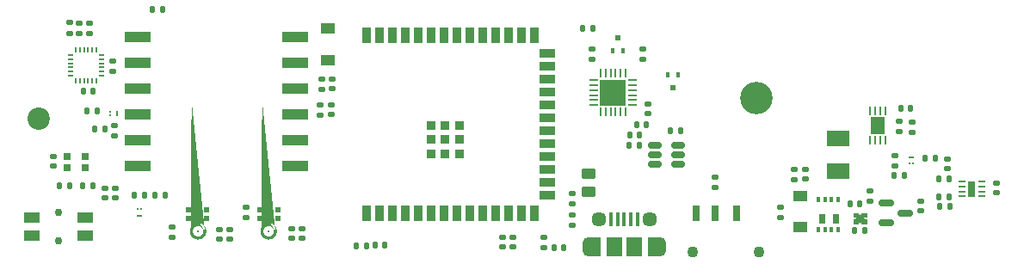
<source format=gts>
G04 #@! TF.GenerationSoftware,KiCad,Pcbnew,8.0.8*
G04 #@! TF.CreationDate,2025-08-03T03:16:57+05:30*
G04 #@! TF.ProjectId,main,6d61696e-2e6b-4696-9361-645f70636258,rev?*
G04 #@! TF.SameCoordinates,Original*
G04 #@! TF.FileFunction,Soldermask,Top*
G04 #@! TF.FilePolarity,Negative*
%FSLAX46Y46*%
G04 Gerber Fmt 4.6, Leading zero omitted, Abs format (unit mm)*
G04 Created by KiCad (PCBNEW 8.0.8) date 2025-08-03 03:16:57*
%MOMM*%
%LPD*%
G01*
G04 APERTURE LIST*
G04 Aperture macros list*
%AMRoundRect*
0 Rectangle with rounded corners*
0 $1 Rounding radius*
0 $2 $3 $4 $5 $6 $7 $8 $9 X,Y pos of 4 corners*
0 Add a 4 corners polygon primitive as box body*
4,1,4,$2,$3,$4,$5,$6,$7,$8,$9,$2,$3,0*
0 Add four circle primitives for the rounded corners*
1,1,$1+$1,$2,$3*
1,1,$1+$1,$4,$5*
1,1,$1+$1,$6,$7*
1,1,$1+$1,$8,$9*
0 Add four rect primitives between the rounded corners*
20,1,$1+$1,$2,$3,$4,$5,0*
20,1,$1+$1,$4,$5,$6,$7,0*
20,1,$1+$1,$6,$7,$8,$9,0*
20,1,$1+$1,$8,$9,$2,$3,0*%
%AMFreePoly0*
4,1,55,-0.481452,0.792129,-0.309719,0.732037,-0.155665,0.635238,-0.027012,0.506585,0.069787,0.352531,0.129879,0.180798,0.150250,0.000000,0.129879,-0.180798,0.069787,-0.352531,-0.027012,-0.506585,-0.155665,-0.635238,-0.309719,-0.732037,-0.481452,-0.792129,-0.662250,-0.812500,-0.843048,-0.792129,-1.014781,-0.732037,-1.168835,-0.635238,-1.297488,-0.506585,-1.394287,-0.352531,-1.454379,-0.180798,
-1.474750,0.000000,-1.179515,0.000000,-1.158562,-0.145730,-1.097401,-0.279655,-1.000987,-0.390923,-0.877130,-0.470521,-0.735864,-0.512000,-0.588636,-0.512000,-0.447370,-0.470521,-0.323513,-0.390923,-0.227099,-0.279655,-0.165938,-0.145730,-0.146823,-0.012788,-0.150250,0.000000,-0.146823,0.012788,-0.165938,0.145730,-0.227099,0.279655,-0.323513,0.390923,-0.447370,0.470521,-0.588636,0.512000,
-0.735864,0.512000,-0.877130,0.470521,-1.000987,0.390923,-1.097401,0.279655,-1.158562,0.145730,-1.179515,0.000000,-1.474750,0.000000,-1.454379,0.180798,-1.394287,0.352531,-1.297488,0.506585,-1.168835,0.635238,-1.014781,0.732037,-0.843048,0.792129,-0.662250,0.812500,-0.481452,0.792129,-0.481452,0.792129,$1*%
G04 Aperture macros list end*
%ADD10C,0.010000*%
%ADD11C,0.120000*%
%ADD12R,0.600000X0.522000*%
%ADD13FreePoly0,0.000000*%
%ADD14C,0.325000*%
%ADD15R,0.700000X1.600000*%
%ADD16C,1.100000*%
%ADD17R,2.500000X1.000000*%
%ADD18R,1.400000X1.700000*%
%ADD19RoundRect,0.062500X0.062500X-0.337500X0.062500X0.337500X-0.062500X0.337500X-0.062500X-0.337500X0*%
%ADD20RoundRect,0.062500X0.287500X0.062500X-0.287500X0.062500X-0.287500X-0.062500X0.287500X-0.062500X0*%
%ADD21R,0.800000X1.600000*%
%ADD22RoundRect,0.150000X-0.587500X-0.150000X0.587500X-0.150000X0.587500X0.150000X-0.587500X0.150000X0*%
%ADD23RoundRect,0.150000X-0.512500X-0.150000X0.512500X-0.150000X0.512500X0.150000X-0.512500X0.150000X0*%
%ADD24R,2.600000X2.600000*%
%ADD25RoundRect,0.062500X0.350000X-0.062500X0.350000X0.062500X-0.350000X0.062500X-0.350000X-0.062500X0*%
%ADD26RoundRect,0.062500X0.062500X-0.350000X0.062500X0.350000X-0.062500X0.350000X-0.062500X-0.350000X0*%
%ADD27RoundRect,0.050000X0.050000X-0.225000X0.050000X0.225000X-0.050000X0.225000X-0.050000X-0.225000X0*%
%ADD28RoundRect,0.050000X-0.225000X-0.050000X0.225000X-0.050000X0.225000X0.050000X-0.225000X0.050000X0*%
%ADD29R,1.550000X1.000000*%
%ADD30C,0.750000*%
%ADD31RoundRect,0.135000X-0.185000X0.135000X-0.185000X-0.135000X0.185000X-0.135000X0.185000X0.135000X0*%
%ADD32RoundRect,0.135000X0.185000X-0.135000X0.185000X0.135000X-0.185000X0.135000X-0.185000X-0.135000X0*%
%ADD33RoundRect,0.135000X0.135000X0.185000X-0.135000X0.185000X-0.135000X-0.185000X0.135000X-0.185000X0*%
%ADD34RoundRect,0.135000X-0.135000X-0.185000X0.135000X-0.185000X0.135000X0.185000X-0.135000X0.185000X0*%
%ADD35R,0.400000X0.500000*%
%ADD36R,0.170000X0.280000*%
%ADD37R,0.520000X0.280000*%
%ADD38R,0.280000X0.520000*%
%ADD39R,0.280000X0.170000*%
%ADD40R,0.400000X0.600000*%
%ADD41R,0.500000X0.600000*%
%ADD42R,2.300000X1.600000*%
%ADD43O,1.200000X1.900000*%
%ADD44R,1.200000X1.900000*%
%ADD45C,1.450000*%
%ADD46R,1.500000X1.900000*%
%ADD47R,0.400000X1.350000*%
%ADD48RoundRect,0.250000X0.450000X-0.262500X0.450000X0.262500X-0.450000X0.262500X-0.450000X-0.262500X0*%
%ADD49RoundRect,0.102000X-0.600000X0.425000X-0.600000X-0.425000X0.600000X-0.425000X0.600000X0.425000X0*%
%ADD50RoundRect,0.147500X0.147500X0.172500X-0.147500X0.172500X-0.147500X-0.172500X0.147500X-0.172500X0*%
%ADD51RoundRect,0.102000X0.600000X-0.425000X0.600000X0.425000X-0.600000X0.425000X-0.600000X-0.425000X0*%
%ADD52R,0.700000X0.700000*%
%ADD53RoundRect,0.140000X-0.140000X-0.170000X0.140000X-0.170000X0.140000X0.170000X-0.140000X0.170000X0*%
%ADD54RoundRect,0.140000X0.140000X0.170000X-0.140000X0.170000X-0.140000X-0.170000X0.140000X-0.170000X0*%
%ADD55RoundRect,0.140000X0.170000X-0.140000X0.170000X0.140000X-0.170000X0.140000X-0.170000X-0.140000X0*%
%ADD56RoundRect,0.140000X-0.170000X0.140000X-0.170000X-0.140000X0.170000X-0.140000X0.170000X0.140000X0*%
%ADD57R,0.900000X0.900000*%
%ADD58R,0.900000X1.500000*%
%ADD59R,1.500000X0.900000*%
%ADD60C,3.200000*%
%ADD61C,2.200000*%
G04 APERTURE END LIST*
D10*
X240215000Y-76405000D02*
X240040000Y-76580000D01*
X239725000Y-76580000D01*
X239725000Y-76220000D01*
X240215000Y-76220000D01*
X240215000Y-76405000D01*
G36*
X240215000Y-76405000D02*
G01*
X240040000Y-76580000D01*
X239725000Y-76580000D01*
X239725000Y-76220000D01*
X240215000Y-76220000D01*
X240215000Y-76405000D01*
G37*
X240215000Y-77045000D02*
X240215000Y-77230000D01*
X239725000Y-77230000D01*
X239725000Y-76870000D01*
X240040000Y-76870000D01*
X240215000Y-77045000D01*
G36*
X240215000Y-77045000D02*
G01*
X240215000Y-77230000D01*
X239725000Y-77230000D01*
X239725000Y-76870000D01*
X240040000Y-76870000D01*
X240215000Y-77045000D01*
G37*
X241025000Y-77230000D02*
X240535000Y-77230000D01*
X240535000Y-77045000D01*
X240710000Y-76870000D01*
X241025000Y-76870000D01*
X241025000Y-77230000D01*
G36*
X241025000Y-77230000D02*
G01*
X240535000Y-77230000D01*
X240535000Y-77045000D01*
X240710000Y-76870000D01*
X241025000Y-76870000D01*
X241025000Y-77230000D01*
G37*
X241025000Y-76580000D02*
X240710000Y-76580000D01*
X240535000Y-76405000D01*
X240535000Y-76220000D01*
X241025000Y-76220000D01*
X241025000Y-76580000D01*
G36*
X241025000Y-76580000D02*
G01*
X240710000Y-76580000D01*
X240535000Y-76405000D01*
X240535000Y-76220000D01*
X241025000Y-76220000D01*
X241025000Y-76580000D01*
G37*
X240813406Y-76725000D02*
X240375000Y-77163406D01*
X239936594Y-76725000D01*
X240375000Y-76286594D01*
X240813406Y-76725000D01*
G36*
X240813406Y-76725000D02*
G01*
X240375000Y-77163406D01*
X239936594Y-76725000D01*
X240375000Y-76286594D01*
X240813406Y-76725000D01*
G37*
D11*
X238200000Y-77205000D02*
X237700000Y-77205000D01*
X237700000Y-76355000D01*
X238200000Y-76355000D01*
X238200000Y-77205000D01*
G36*
X238200000Y-77205000D02*
G01*
X237700000Y-77205000D01*
X237700000Y-76355000D01*
X238200000Y-76355000D01*
X238200000Y-77205000D01*
G37*
X236900000Y-77205000D02*
X236400000Y-77205000D01*
X236400000Y-76355000D01*
X236900000Y-76355000D01*
X236900000Y-77205000D01*
G36*
X236900000Y-77205000D02*
G01*
X236400000Y-77205000D01*
X236400000Y-76355000D01*
X236900000Y-76355000D01*
X236900000Y-77205000D01*
G37*
D12*
X181325000Y-75937000D03*
X181325000Y-76759000D03*
D13*
X182887250Y-78011000D03*
D12*
X183125000Y-76759000D03*
X183125000Y-75937000D03*
X182225000Y-75937000D03*
D14*
X182225000Y-78011000D03*
X175225000Y-78011000D03*
D12*
X175225000Y-75937000D03*
X176125000Y-75937000D03*
X176125000Y-76759000D03*
D13*
X175887250Y-78011000D03*
D12*
X174325000Y-76759000D03*
X174325000Y-75937000D03*
D15*
X226137500Y-76262500D03*
X228237500Y-76262500D03*
X224237500Y-76262500D03*
D16*
X223917500Y-80052500D03*
X230437500Y-80062500D03*
D17*
X184823350Y-71600000D03*
X184823350Y-69060000D03*
X184823350Y-66520000D03*
X184823350Y-63980000D03*
X184823350Y-61440000D03*
X184823350Y-58900000D03*
X169323350Y-58900000D03*
X169323350Y-61440000D03*
X169323350Y-63980000D03*
X169323350Y-66520000D03*
X169323350Y-69060000D03*
X169323350Y-71600000D03*
D18*
X242150000Y-67575000D03*
D19*
X241400000Y-66125000D03*
X241900000Y-66125000D03*
X242400000Y-66125000D03*
X242900000Y-66125000D03*
X242900000Y-69025000D03*
X242400000Y-69025000D03*
X241900000Y-69025000D03*
X241400000Y-69025000D03*
D20*
X252400000Y-74585614D03*
X252400000Y-74085614D03*
X252400000Y-73585614D03*
X252400000Y-73085614D03*
X250400000Y-73085614D03*
X250400000Y-73585614D03*
X250400000Y-74085614D03*
X250400000Y-74585614D03*
D21*
X251400000Y-73835614D03*
D22*
X242975000Y-75250000D03*
X242975000Y-77150000D03*
X244850000Y-76200000D03*
D23*
X220225000Y-69550000D03*
X220225000Y-70500000D03*
X220225000Y-71450000D03*
X222500000Y-71450000D03*
X222500000Y-70500000D03*
X222500000Y-69550000D03*
D24*
X216100000Y-64350000D03*
D25*
X214162500Y-65600000D03*
X214162500Y-65100000D03*
X214162500Y-64600000D03*
X214162500Y-64100000D03*
X214162500Y-63600000D03*
X214162500Y-63100000D03*
D26*
X214850000Y-62412500D03*
X215350000Y-62412500D03*
X215850000Y-62412500D03*
X216350000Y-62412500D03*
X216850000Y-62412500D03*
X217350000Y-62412500D03*
D25*
X218037500Y-63100000D03*
X218037500Y-63600000D03*
X218037500Y-64100000D03*
X218037500Y-64600000D03*
X218037500Y-65100000D03*
X218037500Y-65600000D03*
D26*
X217350000Y-66287500D03*
X216850000Y-66287500D03*
X216350000Y-66287500D03*
X215850000Y-66287500D03*
X215350000Y-66287500D03*
X214850000Y-66287500D03*
D27*
X163250000Y-60175000D03*
X163650000Y-60175000D03*
X164050000Y-60175000D03*
X164450000Y-60175000D03*
X164850000Y-60175000D03*
X165250000Y-60175000D03*
D28*
X165750000Y-60675000D03*
X165750000Y-61075000D03*
X165750000Y-61475000D03*
X165750000Y-61875000D03*
X165750000Y-62275000D03*
X165750000Y-62675000D03*
D27*
X165250000Y-63175000D03*
X164850000Y-63175000D03*
X164450000Y-63175000D03*
X164050000Y-63175000D03*
X163650000Y-63175000D03*
X163250000Y-63175000D03*
D28*
X162750000Y-62675000D03*
X162750000Y-62275000D03*
X162750000Y-61875000D03*
X162750000Y-61475000D03*
X162750000Y-61075000D03*
X162750000Y-60675000D03*
D29*
X158950000Y-78400000D03*
X164200000Y-78400000D03*
X158950000Y-76700000D03*
X164200000Y-76700000D03*
D30*
X161575000Y-78925000D03*
X161575000Y-76175000D03*
D31*
X245500000Y-68310000D03*
X245500000Y-67290000D03*
D32*
X244250000Y-68210000D03*
X244250000Y-67190000D03*
D33*
X248180000Y-74600000D03*
X249200000Y-74600000D03*
D31*
X232600000Y-75627500D03*
X232600000Y-76647500D03*
D33*
X249210000Y-75600000D03*
X248190000Y-75600000D03*
X249160000Y-72850000D03*
X248140000Y-72850000D03*
D34*
X246830000Y-70800000D03*
X247850000Y-70800000D03*
D33*
X244725000Y-72525000D03*
X243705000Y-72525000D03*
D31*
X226150000Y-72680000D03*
X226150000Y-73700000D03*
X243850000Y-70540000D03*
X243850000Y-71560000D03*
D32*
X241400000Y-75060000D03*
X241400000Y-74040000D03*
D33*
X222760000Y-68150000D03*
X221740000Y-68150000D03*
D32*
X179950000Y-76680000D03*
X179950000Y-75660000D03*
D31*
X172700000Y-77583000D03*
X172700000Y-78603000D03*
D33*
X169970000Y-74500000D03*
X168950000Y-74500000D03*
D34*
X161640000Y-73500000D03*
X162660000Y-73500000D03*
D33*
X172070000Y-74500000D03*
X171050000Y-74500000D03*
X190790000Y-79460000D03*
X191810000Y-79460000D03*
D34*
X170780000Y-56150000D03*
X171800000Y-56150000D03*
D31*
X167000000Y-67590000D03*
X167000000Y-68610000D03*
D32*
X209250000Y-79650000D03*
X209250000Y-78630000D03*
D34*
X165090000Y-67950000D03*
X166110000Y-67950000D03*
X165320000Y-66200000D03*
X164300000Y-66200000D03*
X213090000Y-58000000D03*
X214110000Y-58000000D03*
D32*
X164600000Y-57490000D03*
X164600000Y-58510000D03*
X162600000Y-58500000D03*
X162600000Y-57480000D03*
X163600000Y-57490000D03*
X163600000Y-58510000D03*
D31*
X212050000Y-75300000D03*
X212050000Y-74280000D03*
X219050000Y-61060000D03*
X219050000Y-60040000D03*
D32*
X214050000Y-61060000D03*
X214050000Y-60040000D03*
D31*
X212050000Y-76390000D03*
X212050000Y-77410000D03*
D35*
X238230000Y-74900000D03*
X237580000Y-74900000D03*
X236930000Y-74900000D03*
X236280000Y-74900000D03*
X236290000Y-77870000D03*
X236940000Y-77870000D03*
X237590000Y-77870000D03*
X238240000Y-77870000D03*
D36*
X245250000Y-71350000D03*
X245600000Y-71350000D03*
D37*
X245425000Y-70700000D03*
D36*
X169700000Y-75800000D03*
X169350000Y-75800000D03*
D37*
X169525000Y-76450000D03*
D38*
X167250000Y-66450000D03*
D39*
X166600000Y-66625000D03*
X166600000Y-66275000D03*
D40*
X222500000Y-62600000D03*
X221500000Y-62600000D03*
D41*
X222000000Y-63840000D03*
X216550000Y-58960000D03*
D40*
X217050000Y-60200000D03*
X216050000Y-60200000D03*
D42*
X238250000Y-72050000D03*
X238250000Y-68890000D03*
D43*
X220700000Y-79550000D03*
D44*
X220100000Y-79550000D03*
D45*
X219700000Y-76850000D03*
D46*
X218200000Y-79550000D03*
X216200000Y-79550000D03*
D45*
X214700000Y-76850000D03*
D44*
X214300000Y-79550000D03*
D43*
X213700000Y-79550000D03*
D47*
X218500000Y-76850000D03*
X217850000Y-76850000D03*
X217200000Y-76850000D03*
X216550000Y-76850000D03*
X215900000Y-76850000D03*
D48*
X213650000Y-74162500D03*
X213650000Y-72337500D03*
D49*
X234500000Y-74512500D03*
X234500000Y-77562500D03*
D50*
X217700000Y-69550000D03*
X218670000Y-69550000D03*
D51*
X188050000Y-61125000D03*
X188050000Y-58075000D03*
D52*
X162350000Y-70650000D03*
X162350000Y-71750000D03*
X164180000Y-71750000D03*
X164180000Y-70650000D03*
D53*
X239390000Y-75300000D03*
X240350000Y-75300000D03*
X244390000Y-65950000D03*
X245350000Y-65950000D03*
D54*
X240830000Y-77950000D03*
X239870000Y-77950000D03*
D55*
X233900000Y-72900000D03*
X233900000Y-71940000D03*
X235050000Y-72870000D03*
X235050000Y-71910000D03*
X253800000Y-74200000D03*
X253800000Y-73240000D03*
D56*
X249000000Y-70870000D03*
X249000000Y-71830000D03*
D55*
X246400000Y-75980000D03*
X246400000Y-75020000D03*
X184500000Y-78710000D03*
X184500000Y-77750000D03*
X177400000Y-78803000D03*
X177400000Y-77843000D03*
X185500000Y-78690000D03*
X185500000Y-77730000D03*
X178400000Y-78783000D03*
X178400000Y-77823000D03*
D54*
X218675000Y-68575000D03*
X217715000Y-68575000D03*
D53*
X218440000Y-67550000D03*
X219400000Y-67550000D03*
D55*
X219500000Y-65470000D03*
X219500000Y-66430000D03*
D56*
X167100000Y-73760000D03*
X167100000Y-74720000D03*
X166100000Y-74700000D03*
X166100000Y-73740000D03*
X188450000Y-63040000D03*
X188450000Y-64000000D03*
X188350000Y-65560000D03*
X188350000Y-66520000D03*
D55*
X187400000Y-64010000D03*
X187400000Y-63050000D03*
X187250000Y-66550000D03*
X187250000Y-65590000D03*
D53*
X163920000Y-73500000D03*
X164880000Y-73500000D03*
D54*
X193620000Y-79350000D03*
X192660000Y-79350000D03*
D53*
X210300000Y-79600000D03*
X211260000Y-79600000D03*
D55*
X206200000Y-79580000D03*
X206200000Y-78620000D03*
X205250000Y-79580000D03*
X205250000Y-78620000D03*
D56*
X166900000Y-61270000D03*
X166900000Y-62230000D03*
D55*
X161050000Y-71600000D03*
X161050000Y-70640000D03*
D54*
X164950000Y-64200000D03*
X163990000Y-64200000D03*
D57*
X198165000Y-67589000D03*
X199565000Y-67589000D03*
X200965000Y-67589000D03*
X200965000Y-68989000D03*
X200965000Y-70389000D03*
X199565000Y-70389000D03*
X198165000Y-70389000D03*
X198165000Y-68989000D03*
X199565000Y-68989000D03*
D58*
X191845000Y-58739000D03*
X193115000Y-58739000D03*
X194385000Y-58739000D03*
X195655000Y-58739000D03*
X196925000Y-58739000D03*
X198195000Y-58739000D03*
X199465000Y-58739000D03*
X200735000Y-58739000D03*
X202005000Y-58739000D03*
X203275000Y-58739000D03*
X204545000Y-58739000D03*
X205815000Y-58739000D03*
X207085000Y-58739000D03*
X208355000Y-58739000D03*
D59*
X209605000Y-60504000D03*
X209605000Y-61774000D03*
X209605000Y-63044000D03*
X209605000Y-64314000D03*
X209605000Y-65584000D03*
X209605000Y-66854000D03*
X209605000Y-68124000D03*
X209605000Y-69394000D03*
X209605000Y-70664000D03*
X209605000Y-71934000D03*
X209605000Y-73204000D03*
X209605000Y-74474000D03*
D58*
X208355000Y-76239000D03*
X207085000Y-76239000D03*
X205815000Y-76239000D03*
X204545000Y-76239000D03*
X203275000Y-76239000D03*
X202005000Y-76239000D03*
X200735000Y-76239000D03*
X199465000Y-76239000D03*
X198195000Y-76239000D03*
X196925000Y-76239000D03*
X195655000Y-76239000D03*
X194385000Y-76239000D03*
X193115000Y-76239000D03*
X191845000Y-76239000D03*
D60*
X230200000Y-64900000D03*
D61*
X159600000Y-66900000D03*
M02*

</source>
